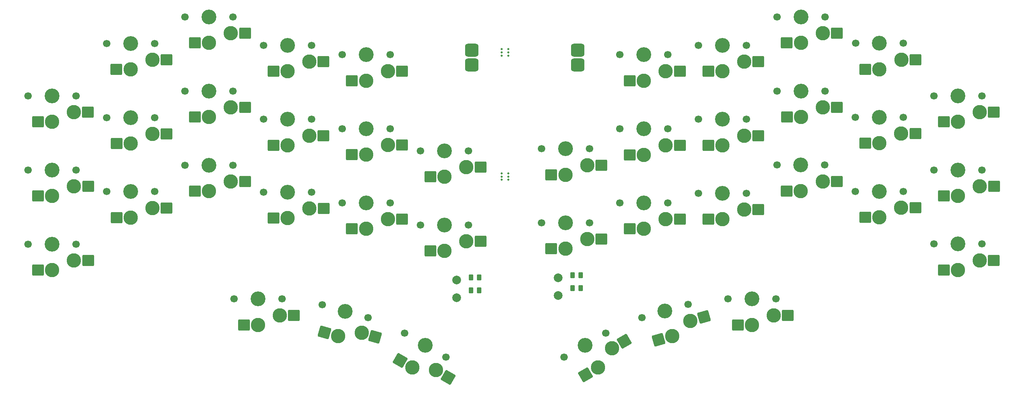
<source format=gbr>
%TF.GenerationSoftware,KiCad,Pcbnew,9.0.6*%
%TF.CreationDate,2026-01-07T23:40:19+05:30*%
%TF.ProjectId,Splitty,53706c69-7474-4792-9e6b-696361645f70,rev?*%
%TF.SameCoordinates,Original*%
%TF.FileFunction,Soldermask,Top*%
%TF.FilePolarity,Negative*%
%FSLAX46Y46*%
G04 Gerber Fmt 4.6, Leading zero omitted, Abs format (unit mm)*
G04 Created by KiCad (PCBNEW 9.0.6) date 2026-01-07 23:40:19*
%MOMM*%
%LPD*%
G01*
G04 APERTURE LIST*
G04 Aperture macros list*
%AMRoundRect*
0 Rectangle with rounded corners*
0 $1 Rounding radius*
0 $2 $3 $4 $5 $6 $7 $8 $9 X,Y pos of 4 corners*
0 Add a 4 corners polygon primitive as box body*
4,1,4,$2,$3,$4,$5,$6,$7,$8,$9,$2,$3,0*
0 Add four circle primitives for the rounded corners*
1,1,$1+$1,$2,$3*
1,1,$1+$1,$4,$5*
1,1,$1+$1,$6,$7*
1,1,$1+$1,$8,$9*
0 Add four rect primitives between the rounded corners*
20,1,$1+$1,$2,$3,$4,$5,0*
20,1,$1+$1,$4,$5,$6,$7,0*
20,1,$1+$1,$6,$7,$8,$9,0*
20,1,$1+$1,$8,$9,$2,$3,0*%
G04 Aperture macros list end*
%ADD10C,1.700000*%
%ADD11C,3.400000*%
%ADD12C,3.300000*%
%ADD13RoundRect,0.260000X-1.065000X-1.040000X1.065000X-1.040000X1.065000X1.040000X-1.065000X1.040000X0*%
%ADD14C,2.000000*%
%ADD15RoundRect,0.775400X-0.775400X-0.775400X0.775400X-0.775400X0.775400X0.775400X-0.775400X0.775400X0*%
%ADD16RoundRect,0.250000X-0.262500X-0.450000X0.262500X-0.450000X0.262500X0.450000X-0.262500X0.450000X0*%
%ADD17RoundRect,0.260000X-1.442317X-0.368166X0.402317X-1.433166X1.442317X0.368166X-0.402317X1.433166X0*%
%ADD18C,0.500000*%
%ADD19RoundRect,0.260000X-0.402317X-1.433166X1.442317X-0.368166X0.402317X1.433166X-1.442317X0.368166X0*%
%ADD20RoundRect,0.260000X-1.310407X-0.706158X0.737081X-1.293266X1.310407X0.706158X-0.737081X1.293266X0*%
%ADD21RoundRect,0.260000X-0.737081X-1.293266X1.310407X-0.706158X0.737081X1.293266X-1.310407X0.706158X0*%
G04 APERTURE END LIST*
D10*
%TO.C,SW31*%
X225527520Y-81073362D03*
D11*
X231027520Y-81073362D03*
D10*
X236527520Y-81073362D03*
D12*
X236027520Y-84823362D03*
D13*
X239272520Y-84823362D03*
X227782520Y-87023362D03*
D12*
X231027520Y-87023362D03*
%TD*%
D10*
%TO.C,SW2*%
X207507592Y-58020862D03*
D11*
X213007592Y-58020862D03*
D10*
X218507592Y-58020862D03*
D12*
X218007592Y-61770862D03*
D13*
X221252592Y-61770862D03*
X209762592Y-63970862D03*
D12*
X213007592Y-63970862D03*
%TD*%
D10*
%TO.C,SW47*%
X153487520Y-105290862D03*
D11*
X158987520Y-105290862D03*
D10*
X164487520Y-105290862D03*
D12*
X163987520Y-109040862D03*
D13*
X167232520Y-109040862D03*
X155742520Y-111240862D03*
D12*
X158987520Y-111240862D03*
%TD*%
%TO.C,SW29*%
X213027520Y-80990862D03*
D13*
X209782520Y-80990862D03*
X221272520Y-78790862D03*
D12*
X218027520Y-78790862D03*
D10*
X218527520Y-75040862D03*
D11*
X213027520Y-75040862D03*
D10*
X207527520Y-75040862D03*
%TD*%
%TO.C,SW24*%
X107773574Y-100692735D03*
D11*
X113273574Y-100692735D03*
D10*
X118773574Y-100692735D03*
D12*
X118273574Y-104442735D03*
D13*
X121518574Y-104442735D03*
X110028574Y-106642735D03*
D12*
X113273574Y-106642735D03*
%TD*%
D10*
%TO.C,SW26*%
X196287520Y-122760862D03*
D11*
X201787520Y-122760862D03*
D10*
X207287520Y-122760862D03*
D12*
X206787520Y-126510862D03*
D13*
X210032520Y-126510862D03*
X198542520Y-128710862D03*
D12*
X201787520Y-128710862D03*
%TD*%
D10*
%TO.C,SW3*%
X71753574Y-58032735D03*
D11*
X77253574Y-58032735D03*
D10*
X82753574Y-58032735D03*
D12*
X82253574Y-61782735D03*
D13*
X85498574Y-61782735D03*
X74008574Y-63982735D03*
D12*
X77253574Y-63982735D03*
%TD*%
D10*
%TO.C,SW15*%
X171497592Y-100720862D03*
D11*
X176997592Y-100720862D03*
D10*
X182497592Y-100720862D03*
D12*
X181997592Y-104470862D03*
D13*
X185242592Y-104470862D03*
X173752592Y-106670862D03*
D12*
X176997592Y-106670862D03*
%TD*%
D14*
%TO.C,TP1*%
X134031074Y-118392735D03*
%TD*%
D15*
%TO.C,U2*%
X161837520Y-69080862D03*
X161837520Y-65680862D03*
%TD*%
D14*
%TO.C,TP4*%
X157337520Y-121930862D03*
%TD*%
%TO.C,TP2*%
X157337520Y-117880862D03*
%TD*%
D10*
%TO.C,SW48*%
X153502520Y-88290862D03*
D11*
X159002520Y-88290862D03*
D10*
X164502520Y-88290862D03*
D12*
X164002520Y-92040862D03*
D13*
X167247520Y-92040862D03*
X155757520Y-94240862D03*
D12*
X159002520Y-94240862D03*
%TD*%
D10*
%TO.C,SW11*%
X71763574Y-75042735D03*
D11*
X77263574Y-75042735D03*
D10*
X82763574Y-75042735D03*
D12*
X82263574Y-78792735D03*
D13*
X85508574Y-78792735D03*
X74018574Y-80992735D03*
D12*
X77263574Y-80992735D03*
%TD*%
D10*
%TO.C,SW19*%
X125773574Y-88789435D03*
D11*
X131273574Y-88789435D03*
D10*
X136773574Y-88789435D03*
D12*
X136273574Y-92539435D03*
D13*
X139518574Y-92539435D03*
X128028574Y-94739435D03*
D12*
X131273574Y-94739435D03*
%TD*%
D10*
%TO.C,SW25*%
X189507520Y-81520862D03*
D11*
X195007520Y-81520862D03*
D10*
X200507520Y-81520862D03*
D12*
X200007520Y-85270862D03*
D13*
X203252520Y-85270862D03*
X191762520Y-87470862D03*
D12*
X195007520Y-87470862D03*
%TD*%
D10*
%TO.C,SW14*%
X225517592Y-98100862D03*
D11*
X231017592Y-98100862D03*
D10*
X236517592Y-98100862D03*
D12*
X236017592Y-101850862D03*
D13*
X239262592Y-101850862D03*
X227772592Y-104050862D03*
D12*
X231017592Y-104050862D03*
%TD*%
D10*
%TO.C,SW4*%
X171507520Y-66710862D03*
D11*
X177007520Y-66710862D03*
D10*
X182507520Y-66710862D03*
D12*
X182007520Y-70460862D03*
D13*
X185252520Y-70460862D03*
X173762520Y-72660862D03*
D12*
X177007520Y-72660862D03*
%TD*%
D10*
%TO.C,SW5*%
X89773574Y-81522735D03*
D11*
X95273574Y-81522735D03*
D10*
X100773574Y-81522735D03*
D12*
X100273574Y-85272735D03*
D13*
X103518574Y-85272735D03*
X92028574Y-87472735D03*
D12*
X95273574Y-87472735D03*
%TD*%
D10*
%TO.C,SW12*%
X89783574Y-98222735D03*
D11*
X95283574Y-98222735D03*
D10*
X100783574Y-98222735D03*
D12*
X100283574Y-101972735D03*
D13*
X103528574Y-101972735D03*
X92038574Y-104172735D03*
D12*
X95283574Y-104172735D03*
%TD*%
D10*
%TO.C,SW44*%
X35758574Y-76162735D03*
D11*
X41258574Y-76162735D03*
D10*
X46758574Y-76162735D03*
D12*
X46258574Y-79912735D03*
D13*
X49503574Y-79912735D03*
X38013574Y-82112735D03*
D12*
X41258574Y-82112735D03*
%TD*%
D16*
%TO.C,2M1*%
X137348574Y-117842735D03*
X139173574Y-117842735D03*
%TD*%
D10*
%TO.C,SW23*%
X122077294Y-130602735D03*
D11*
X126840434Y-133352735D03*
D10*
X131603574Y-136102735D03*
D12*
X129295561Y-139100330D03*
D17*
X132105813Y-140722830D03*
X121055182Y-136883086D03*
D12*
X123865434Y-138505586D03*
%TD*%
D10*
%TO.C,SW41*%
X89773574Y-64522735D03*
D11*
X95273574Y-64522735D03*
D10*
X100773574Y-64522735D03*
D12*
X100273574Y-68272735D03*
D13*
X103518574Y-68272735D03*
X92028574Y-70472735D03*
D12*
X95273574Y-70472735D03*
%TD*%
D10*
%TO.C,SW8*%
X225532520Y-64070862D03*
D11*
X231032520Y-64070862D03*
D10*
X236532520Y-64070862D03*
D12*
X236032520Y-67820862D03*
D13*
X239277520Y-67820862D03*
X227787520Y-70020862D03*
D12*
X231032520Y-70020862D03*
%TD*%
D10*
%TO.C,SW42*%
X107773574Y-66702735D03*
D11*
X113273574Y-66702735D03*
D10*
X118773574Y-66702735D03*
D12*
X118273574Y-70452735D03*
D13*
X121518574Y-70452735D03*
X110028574Y-72652735D03*
D12*
X113273574Y-72652735D03*
%TD*%
D18*
%TO.C,H2*%
X144408000Y-95410325D03*
X145908000Y-95410325D03*
X144408000Y-94660325D03*
X145908000Y-94660325D03*
X144408000Y-93910325D03*
X145908000Y-93910325D03*
%TD*%
D10*
%TO.C,SW46*%
X189507592Y-64520862D03*
D11*
X195007592Y-64520862D03*
D10*
X200507592Y-64520862D03*
D12*
X200007592Y-68270862D03*
D13*
X203252592Y-68270862D03*
X191762592Y-70470862D03*
D12*
X195007592Y-70470862D03*
%TD*%
D10*
%TO.C,SW20*%
X125773574Y-105779435D03*
D11*
X131273574Y-105779435D03*
D10*
X136773574Y-105779435D03*
D12*
X136273574Y-109529435D03*
D13*
X139518574Y-109529435D03*
X128028574Y-111729435D03*
D12*
X131273574Y-111729435D03*
%TD*%
D10*
%TO.C,SW30*%
X243537520Y-93140862D03*
D11*
X249037520Y-93140862D03*
D10*
X254537520Y-93140862D03*
D12*
X254037520Y-96890862D03*
D13*
X257282520Y-96890862D03*
X245792520Y-99090862D03*
D12*
X249037520Y-99090862D03*
%TD*%
D10*
%TO.C,SW49*%
X158709253Y-136103267D03*
D11*
X163472393Y-133353267D03*
D10*
X168235533Y-130603267D03*
D12*
X169677520Y-134100862D03*
D19*
X172487772Y-132478362D03*
X163637141Y-140128618D03*
D12*
X166447393Y-138506118D03*
%TD*%
D14*
%TO.C,TP3*%
X134031074Y-122442735D03*
%TD*%
D10*
%TO.C,SW1*%
X71773574Y-92052735D03*
D11*
X77273574Y-92052735D03*
D10*
X82773574Y-92052735D03*
D12*
X82273574Y-95802735D03*
D13*
X85518574Y-95802735D03*
X74028574Y-98002735D03*
D12*
X77273574Y-98002735D03*
%TD*%
D10*
%TO.C,SW16*%
X189507592Y-98513362D03*
D11*
X195007592Y-98513362D03*
D10*
X200507592Y-98513362D03*
D12*
X200007592Y-102263362D03*
D13*
X203252592Y-102263362D03*
X191762592Y-104463362D03*
D12*
X195007592Y-104463362D03*
%TD*%
D10*
%TO.C,SW22*%
X103189696Y-124050725D03*
D11*
X108476635Y-125566730D03*
D10*
X113763574Y-127082735D03*
D12*
X112249303Y-130549648D03*
D20*
X115368598Y-131444091D03*
X103717299Y-130391794D03*
D12*
X106836593Y-131286237D03*
%TD*%
D10*
%TO.C,SW13*%
X207497520Y-92030862D03*
D11*
X212997520Y-92030862D03*
D10*
X218497520Y-92030862D03*
D12*
X217997520Y-95780862D03*
D13*
X221242520Y-95780862D03*
X209752520Y-97980862D03*
D12*
X212997520Y-97980862D03*
%TD*%
D10*
%TO.C,SW7*%
X243522520Y-76138362D03*
D11*
X249022520Y-76138362D03*
D10*
X254522520Y-76138362D03*
D12*
X254022520Y-79888362D03*
D13*
X257267520Y-79888362D03*
X245777520Y-82088362D03*
D12*
X249022520Y-82088362D03*
%TD*%
D10*
%TO.C,SW21*%
X53773574Y-81122735D03*
D11*
X59273574Y-81122735D03*
D10*
X64773574Y-81122735D03*
D12*
X64273574Y-84872735D03*
D13*
X67518574Y-84872735D03*
X56028574Y-87072735D03*
D12*
X59273574Y-87072735D03*
%TD*%
D10*
%TO.C,SW27*%
X171500660Y-83720862D03*
D11*
X177000660Y-83720862D03*
D10*
X182500660Y-83720862D03*
D12*
X182000660Y-87470862D03*
D13*
X185245659Y-87470862D03*
X173755660Y-89670862D03*
D12*
X177000660Y-89670862D03*
%TD*%
D10*
%TO.C,SW10*%
X107773574Y-83692735D03*
D11*
X113273574Y-83692735D03*
D10*
X118773574Y-83692735D03*
D12*
X118273574Y-87442735D03*
D13*
X121518574Y-87442735D03*
X110028574Y-89642735D03*
D12*
X113273574Y-89642735D03*
%TD*%
D16*
%TO.C,806K1*%
X137348574Y-120792735D03*
X139173574Y-120792735D03*
%TD*%
D10*
%TO.C,SW17*%
X53773574Y-98122735D03*
D11*
X59273574Y-98122735D03*
D10*
X64773574Y-98122735D03*
D12*
X64273574Y-101872735D03*
D13*
X67518574Y-101872735D03*
X56028574Y-104072735D03*
D12*
X59273574Y-104072735D03*
%TD*%
D15*
%TO.C,U1*%
X137528074Y-69081235D03*
X137528074Y-65681235D03*
%TD*%
D16*
%TO.C,R4*%
X160655020Y-120280862D03*
X162480020Y-120280862D03*
%TD*%
D18*
%TO.C,H4*%
X144368000Y-66908625D03*
X145868000Y-66908625D03*
X144368000Y-66158625D03*
X145868000Y-66158625D03*
X144368000Y-65408625D03*
X145868000Y-65408625D03*
%TD*%
D16*
%TO.C,R2*%
X160655020Y-117330862D03*
X162480020Y-117330862D03*
%TD*%
D10*
%TO.C,SW6*%
X35773574Y-110152735D03*
D11*
X41273574Y-110152735D03*
D10*
X46773574Y-110152735D03*
D12*
X46273574Y-113902735D03*
D13*
X49518574Y-113902735D03*
X38028574Y-116102735D03*
D12*
X41273574Y-116102735D03*
%TD*%
D10*
%TO.C,SW9*%
X35768574Y-93152735D03*
D11*
X41268574Y-93152735D03*
D10*
X46768574Y-93152735D03*
D12*
X46268574Y-96902735D03*
D13*
X49513574Y-96902735D03*
X38023574Y-99102735D03*
D12*
X41268574Y-99102735D03*
%TD*%
D10*
%TO.C,SW32*%
X176543640Y-127062874D03*
D11*
X181830580Y-125546868D03*
D10*
X187117520Y-124030862D03*
D12*
X187670530Y-127773412D03*
D21*
X190789823Y-126878969D03*
X180351329Y-132160818D03*
D12*
X183470622Y-131266375D03*
%TD*%
D10*
%TO.C,SW28*%
X243517520Y-110150862D03*
D11*
X249017520Y-110150862D03*
D10*
X254517520Y-110150862D03*
D12*
X254017520Y-113900862D03*
D13*
X257262520Y-113900862D03*
X245772520Y-116100862D03*
D12*
X249017520Y-116100862D03*
%TD*%
D10*
%TO.C,SW43*%
X53753574Y-64112735D03*
D11*
X59253574Y-64112735D03*
D10*
X64753574Y-64112735D03*
D12*
X64253574Y-67862735D03*
D13*
X67498574Y-67862735D03*
X56008574Y-70062735D03*
D12*
X59253574Y-70062735D03*
%TD*%
D10*
%TO.C,SW18*%
X82998574Y-122752735D03*
D11*
X88498574Y-122752735D03*
D10*
X93998574Y-122752735D03*
D12*
X93498574Y-126502735D03*
D13*
X96743574Y-126502735D03*
X85253574Y-128702735D03*
D12*
X88498574Y-128702735D03*
%TD*%
M02*

</source>
